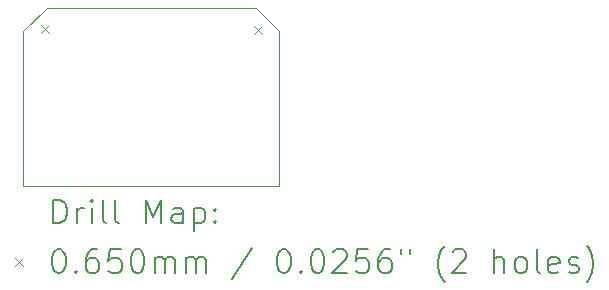
<source format=gbr>
%TF.GenerationSoftware,KiCad,Pcbnew,7.0.6*%
%TF.CreationDate,2023-09-26T13:21:35-07:00*%
%TF.ProjectId,snes_trigger_tactile,736e6573-5f74-4726-9967-6765725f7461,rev?*%
%TF.SameCoordinates,Original*%
%TF.FileFunction,Drillmap*%
%TF.FilePolarity,Positive*%
%FSLAX45Y45*%
G04 Gerber Fmt 4.5, Leading zero omitted, Abs format (unit mm)*
G04 Created by KiCad (PCBNEW 7.0.6) date 2023-09-26 13:21:35*
%MOMM*%
%LPD*%
G01*
G04 APERTURE LIST*
%ADD10C,0.100000*%
%ADD11C,0.200000*%
%ADD12C,0.065000*%
G04 APERTURE END LIST*
D10*
X5192846Y-3186400D02*
X7362800Y-3186400D01*
X7362800Y-1876400D02*
X7162800Y-1676400D01*
X5392846Y-1676400D02*
X5192846Y-1876400D01*
X7162800Y-1676400D02*
X5392846Y-1676400D01*
X7362800Y-3186400D02*
X7362800Y-1876400D01*
X5192846Y-1876400D02*
X5192846Y-3186400D01*
D11*
D12*
X5347220Y-1826780D02*
X5412220Y-1891780D01*
X5412220Y-1826780D02*
X5347220Y-1891780D01*
X7150620Y-1831860D02*
X7215620Y-1896860D01*
X7215620Y-1831860D02*
X7150620Y-1896860D01*
D11*
X5448623Y-3502884D02*
X5448623Y-3302884D01*
X5448623Y-3302884D02*
X5496242Y-3302884D01*
X5496242Y-3302884D02*
X5524814Y-3312408D01*
X5524814Y-3312408D02*
X5543861Y-3331455D01*
X5543861Y-3331455D02*
X5553385Y-3350503D01*
X5553385Y-3350503D02*
X5562909Y-3388598D01*
X5562909Y-3388598D02*
X5562909Y-3417169D01*
X5562909Y-3417169D02*
X5553385Y-3455265D01*
X5553385Y-3455265D02*
X5543861Y-3474312D01*
X5543861Y-3474312D02*
X5524814Y-3493360D01*
X5524814Y-3493360D02*
X5496242Y-3502884D01*
X5496242Y-3502884D02*
X5448623Y-3502884D01*
X5648623Y-3502884D02*
X5648623Y-3369550D01*
X5648623Y-3407646D02*
X5658147Y-3388598D01*
X5658147Y-3388598D02*
X5667671Y-3379074D01*
X5667671Y-3379074D02*
X5686718Y-3369550D01*
X5686718Y-3369550D02*
X5705766Y-3369550D01*
X5772433Y-3502884D02*
X5772433Y-3369550D01*
X5772433Y-3302884D02*
X5762909Y-3312408D01*
X5762909Y-3312408D02*
X5772433Y-3321931D01*
X5772433Y-3321931D02*
X5781956Y-3312408D01*
X5781956Y-3312408D02*
X5772433Y-3302884D01*
X5772433Y-3302884D02*
X5772433Y-3321931D01*
X5896242Y-3502884D02*
X5877194Y-3493360D01*
X5877194Y-3493360D02*
X5867671Y-3474312D01*
X5867671Y-3474312D02*
X5867671Y-3302884D01*
X6001004Y-3502884D02*
X5981956Y-3493360D01*
X5981956Y-3493360D02*
X5972433Y-3474312D01*
X5972433Y-3474312D02*
X5972433Y-3302884D01*
X6229575Y-3502884D02*
X6229575Y-3302884D01*
X6229575Y-3302884D02*
X6296242Y-3445741D01*
X6296242Y-3445741D02*
X6362909Y-3302884D01*
X6362909Y-3302884D02*
X6362909Y-3502884D01*
X6543861Y-3502884D02*
X6543861Y-3398122D01*
X6543861Y-3398122D02*
X6534337Y-3379074D01*
X6534337Y-3379074D02*
X6515290Y-3369550D01*
X6515290Y-3369550D02*
X6477194Y-3369550D01*
X6477194Y-3369550D02*
X6458147Y-3379074D01*
X6543861Y-3493360D02*
X6524814Y-3502884D01*
X6524814Y-3502884D02*
X6477194Y-3502884D01*
X6477194Y-3502884D02*
X6458147Y-3493360D01*
X6458147Y-3493360D02*
X6448623Y-3474312D01*
X6448623Y-3474312D02*
X6448623Y-3455265D01*
X6448623Y-3455265D02*
X6458147Y-3436217D01*
X6458147Y-3436217D02*
X6477194Y-3426693D01*
X6477194Y-3426693D02*
X6524814Y-3426693D01*
X6524814Y-3426693D02*
X6543861Y-3417169D01*
X6639099Y-3369550D02*
X6639099Y-3569550D01*
X6639099Y-3379074D02*
X6658147Y-3369550D01*
X6658147Y-3369550D02*
X6696242Y-3369550D01*
X6696242Y-3369550D02*
X6715290Y-3379074D01*
X6715290Y-3379074D02*
X6724814Y-3388598D01*
X6724814Y-3388598D02*
X6734337Y-3407646D01*
X6734337Y-3407646D02*
X6734337Y-3464788D01*
X6734337Y-3464788D02*
X6724814Y-3483836D01*
X6724814Y-3483836D02*
X6715290Y-3493360D01*
X6715290Y-3493360D02*
X6696242Y-3502884D01*
X6696242Y-3502884D02*
X6658147Y-3502884D01*
X6658147Y-3502884D02*
X6639099Y-3493360D01*
X6820052Y-3483836D02*
X6829575Y-3493360D01*
X6829575Y-3493360D02*
X6820052Y-3502884D01*
X6820052Y-3502884D02*
X6810528Y-3493360D01*
X6810528Y-3493360D02*
X6820052Y-3483836D01*
X6820052Y-3483836D02*
X6820052Y-3502884D01*
X6820052Y-3379074D02*
X6829575Y-3388598D01*
X6829575Y-3388598D02*
X6820052Y-3398122D01*
X6820052Y-3398122D02*
X6810528Y-3388598D01*
X6810528Y-3388598D02*
X6820052Y-3379074D01*
X6820052Y-3379074D02*
X6820052Y-3398122D01*
D12*
X5122846Y-3798900D02*
X5187846Y-3863900D01*
X5187846Y-3798900D02*
X5122846Y-3863900D01*
D11*
X5486718Y-3722884D02*
X5505766Y-3722884D01*
X5505766Y-3722884D02*
X5524814Y-3732408D01*
X5524814Y-3732408D02*
X5534337Y-3741931D01*
X5534337Y-3741931D02*
X5543861Y-3760979D01*
X5543861Y-3760979D02*
X5553385Y-3799074D01*
X5553385Y-3799074D02*
X5553385Y-3846693D01*
X5553385Y-3846693D02*
X5543861Y-3884788D01*
X5543861Y-3884788D02*
X5534337Y-3903836D01*
X5534337Y-3903836D02*
X5524814Y-3913360D01*
X5524814Y-3913360D02*
X5505766Y-3922884D01*
X5505766Y-3922884D02*
X5486718Y-3922884D01*
X5486718Y-3922884D02*
X5467671Y-3913360D01*
X5467671Y-3913360D02*
X5458147Y-3903836D01*
X5458147Y-3903836D02*
X5448623Y-3884788D01*
X5448623Y-3884788D02*
X5439099Y-3846693D01*
X5439099Y-3846693D02*
X5439099Y-3799074D01*
X5439099Y-3799074D02*
X5448623Y-3760979D01*
X5448623Y-3760979D02*
X5458147Y-3741931D01*
X5458147Y-3741931D02*
X5467671Y-3732408D01*
X5467671Y-3732408D02*
X5486718Y-3722884D01*
X5639099Y-3903836D02*
X5648623Y-3913360D01*
X5648623Y-3913360D02*
X5639099Y-3922884D01*
X5639099Y-3922884D02*
X5629575Y-3913360D01*
X5629575Y-3913360D02*
X5639099Y-3903836D01*
X5639099Y-3903836D02*
X5639099Y-3922884D01*
X5820052Y-3722884D02*
X5781956Y-3722884D01*
X5781956Y-3722884D02*
X5762909Y-3732408D01*
X5762909Y-3732408D02*
X5753385Y-3741931D01*
X5753385Y-3741931D02*
X5734337Y-3770503D01*
X5734337Y-3770503D02*
X5724814Y-3808598D01*
X5724814Y-3808598D02*
X5724814Y-3884788D01*
X5724814Y-3884788D02*
X5734337Y-3903836D01*
X5734337Y-3903836D02*
X5743861Y-3913360D01*
X5743861Y-3913360D02*
X5762909Y-3922884D01*
X5762909Y-3922884D02*
X5801004Y-3922884D01*
X5801004Y-3922884D02*
X5820052Y-3913360D01*
X5820052Y-3913360D02*
X5829575Y-3903836D01*
X5829575Y-3903836D02*
X5839099Y-3884788D01*
X5839099Y-3884788D02*
X5839099Y-3837169D01*
X5839099Y-3837169D02*
X5829575Y-3818122D01*
X5829575Y-3818122D02*
X5820052Y-3808598D01*
X5820052Y-3808598D02*
X5801004Y-3799074D01*
X5801004Y-3799074D02*
X5762909Y-3799074D01*
X5762909Y-3799074D02*
X5743861Y-3808598D01*
X5743861Y-3808598D02*
X5734337Y-3818122D01*
X5734337Y-3818122D02*
X5724814Y-3837169D01*
X6020052Y-3722884D02*
X5924814Y-3722884D01*
X5924814Y-3722884D02*
X5915290Y-3818122D01*
X5915290Y-3818122D02*
X5924814Y-3808598D01*
X5924814Y-3808598D02*
X5943861Y-3799074D01*
X5943861Y-3799074D02*
X5991480Y-3799074D01*
X5991480Y-3799074D02*
X6010528Y-3808598D01*
X6010528Y-3808598D02*
X6020052Y-3818122D01*
X6020052Y-3818122D02*
X6029575Y-3837169D01*
X6029575Y-3837169D02*
X6029575Y-3884788D01*
X6029575Y-3884788D02*
X6020052Y-3903836D01*
X6020052Y-3903836D02*
X6010528Y-3913360D01*
X6010528Y-3913360D02*
X5991480Y-3922884D01*
X5991480Y-3922884D02*
X5943861Y-3922884D01*
X5943861Y-3922884D02*
X5924814Y-3913360D01*
X5924814Y-3913360D02*
X5915290Y-3903836D01*
X6153385Y-3722884D02*
X6172433Y-3722884D01*
X6172433Y-3722884D02*
X6191480Y-3732408D01*
X6191480Y-3732408D02*
X6201004Y-3741931D01*
X6201004Y-3741931D02*
X6210528Y-3760979D01*
X6210528Y-3760979D02*
X6220052Y-3799074D01*
X6220052Y-3799074D02*
X6220052Y-3846693D01*
X6220052Y-3846693D02*
X6210528Y-3884788D01*
X6210528Y-3884788D02*
X6201004Y-3903836D01*
X6201004Y-3903836D02*
X6191480Y-3913360D01*
X6191480Y-3913360D02*
X6172433Y-3922884D01*
X6172433Y-3922884D02*
X6153385Y-3922884D01*
X6153385Y-3922884D02*
X6134337Y-3913360D01*
X6134337Y-3913360D02*
X6124814Y-3903836D01*
X6124814Y-3903836D02*
X6115290Y-3884788D01*
X6115290Y-3884788D02*
X6105766Y-3846693D01*
X6105766Y-3846693D02*
X6105766Y-3799074D01*
X6105766Y-3799074D02*
X6115290Y-3760979D01*
X6115290Y-3760979D02*
X6124814Y-3741931D01*
X6124814Y-3741931D02*
X6134337Y-3732408D01*
X6134337Y-3732408D02*
X6153385Y-3722884D01*
X6305766Y-3922884D02*
X6305766Y-3789550D01*
X6305766Y-3808598D02*
X6315290Y-3799074D01*
X6315290Y-3799074D02*
X6334337Y-3789550D01*
X6334337Y-3789550D02*
X6362909Y-3789550D01*
X6362909Y-3789550D02*
X6381956Y-3799074D01*
X6381956Y-3799074D02*
X6391480Y-3818122D01*
X6391480Y-3818122D02*
X6391480Y-3922884D01*
X6391480Y-3818122D02*
X6401004Y-3799074D01*
X6401004Y-3799074D02*
X6420052Y-3789550D01*
X6420052Y-3789550D02*
X6448623Y-3789550D01*
X6448623Y-3789550D02*
X6467671Y-3799074D01*
X6467671Y-3799074D02*
X6477195Y-3818122D01*
X6477195Y-3818122D02*
X6477195Y-3922884D01*
X6572433Y-3922884D02*
X6572433Y-3789550D01*
X6572433Y-3808598D02*
X6581956Y-3799074D01*
X6581956Y-3799074D02*
X6601004Y-3789550D01*
X6601004Y-3789550D02*
X6629576Y-3789550D01*
X6629576Y-3789550D02*
X6648623Y-3799074D01*
X6648623Y-3799074D02*
X6658147Y-3818122D01*
X6658147Y-3818122D02*
X6658147Y-3922884D01*
X6658147Y-3818122D02*
X6667671Y-3799074D01*
X6667671Y-3799074D02*
X6686718Y-3789550D01*
X6686718Y-3789550D02*
X6715290Y-3789550D01*
X6715290Y-3789550D02*
X6734337Y-3799074D01*
X6734337Y-3799074D02*
X6743861Y-3818122D01*
X6743861Y-3818122D02*
X6743861Y-3922884D01*
X7134337Y-3713360D02*
X6962909Y-3970503D01*
X7391480Y-3722884D02*
X7410528Y-3722884D01*
X7410528Y-3722884D02*
X7429576Y-3732408D01*
X7429576Y-3732408D02*
X7439099Y-3741931D01*
X7439099Y-3741931D02*
X7448623Y-3760979D01*
X7448623Y-3760979D02*
X7458147Y-3799074D01*
X7458147Y-3799074D02*
X7458147Y-3846693D01*
X7458147Y-3846693D02*
X7448623Y-3884788D01*
X7448623Y-3884788D02*
X7439099Y-3903836D01*
X7439099Y-3903836D02*
X7429576Y-3913360D01*
X7429576Y-3913360D02*
X7410528Y-3922884D01*
X7410528Y-3922884D02*
X7391480Y-3922884D01*
X7391480Y-3922884D02*
X7372433Y-3913360D01*
X7372433Y-3913360D02*
X7362909Y-3903836D01*
X7362909Y-3903836D02*
X7353385Y-3884788D01*
X7353385Y-3884788D02*
X7343861Y-3846693D01*
X7343861Y-3846693D02*
X7343861Y-3799074D01*
X7343861Y-3799074D02*
X7353385Y-3760979D01*
X7353385Y-3760979D02*
X7362909Y-3741931D01*
X7362909Y-3741931D02*
X7372433Y-3732408D01*
X7372433Y-3732408D02*
X7391480Y-3722884D01*
X7543861Y-3903836D02*
X7553385Y-3913360D01*
X7553385Y-3913360D02*
X7543861Y-3922884D01*
X7543861Y-3922884D02*
X7534338Y-3913360D01*
X7534338Y-3913360D02*
X7543861Y-3903836D01*
X7543861Y-3903836D02*
X7543861Y-3922884D01*
X7677195Y-3722884D02*
X7696242Y-3722884D01*
X7696242Y-3722884D02*
X7715290Y-3732408D01*
X7715290Y-3732408D02*
X7724814Y-3741931D01*
X7724814Y-3741931D02*
X7734338Y-3760979D01*
X7734338Y-3760979D02*
X7743861Y-3799074D01*
X7743861Y-3799074D02*
X7743861Y-3846693D01*
X7743861Y-3846693D02*
X7734338Y-3884788D01*
X7734338Y-3884788D02*
X7724814Y-3903836D01*
X7724814Y-3903836D02*
X7715290Y-3913360D01*
X7715290Y-3913360D02*
X7696242Y-3922884D01*
X7696242Y-3922884D02*
X7677195Y-3922884D01*
X7677195Y-3922884D02*
X7658147Y-3913360D01*
X7658147Y-3913360D02*
X7648623Y-3903836D01*
X7648623Y-3903836D02*
X7639099Y-3884788D01*
X7639099Y-3884788D02*
X7629576Y-3846693D01*
X7629576Y-3846693D02*
X7629576Y-3799074D01*
X7629576Y-3799074D02*
X7639099Y-3760979D01*
X7639099Y-3760979D02*
X7648623Y-3741931D01*
X7648623Y-3741931D02*
X7658147Y-3732408D01*
X7658147Y-3732408D02*
X7677195Y-3722884D01*
X7820052Y-3741931D02*
X7829576Y-3732408D01*
X7829576Y-3732408D02*
X7848623Y-3722884D01*
X7848623Y-3722884D02*
X7896242Y-3722884D01*
X7896242Y-3722884D02*
X7915290Y-3732408D01*
X7915290Y-3732408D02*
X7924814Y-3741931D01*
X7924814Y-3741931D02*
X7934338Y-3760979D01*
X7934338Y-3760979D02*
X7934338Y-3780027D01*
X7934338Y-3780027D02*
X7924814Y-3808598D01*
X7924814Y-3808598D02*
X7810528Y-3922884D01*
X7810528Y-3922884D02*
X7934338Y-3922884D01*
X8115290Y-3722884D02*
X8020052Y-3722884D01*
X8020052Y-3722884D02*
X8010528Y-3818122D01*
X8010528Y-3818122D02*
X8020052Y-3808598D01*
X8020052Y-3808598D02*
X8039099Y-3799074D01*
X8039099Y-3799074D02*
X8086719Y-3799074D01*
X8086719Y-3799074D02*
X8105766Y-3808598D01*
X8105766Y-3808598D02*
X8115290Y-3818122D01*
X8115290Y-3818122D02*
X8124814Y-3837169D01*
X8124814Y-3837169D02*
X8124814Y-3884788D01*
X8124814Y-3884788D02*
X8115290Y-3903836D01*
X8115290Y-3903836D02*
X8105766Y-3913360D01*
X8105766Y-3913360D02*
X8086719Y-3922884D01*
X8086719Y-3922884D02*
X8039099Y-3922884D01*
X8039099Y-3922884D02*
X8020052Y-3913360D01*
X8020052Y-3913360D02*
X8010528Y-3903836D01*
X8296242Y-3722884D02*
X8258147Y-3722884D01*
X8258147Y-3722884D02*
X8239099Y-3732408D01*
X8239099Y-3732408D02*
X8229576Y-3741931D01*
X8229576Y-3741931D02*
X8210528Y-3770503D01*
X8210528Y-3770503D02*
X8201004Y-3808598D01*
X8201004Y-3808598D02*
X8201004Y-3884788D01*
X8201004Y-3884788D02*
X8210528Y-3903836D01*
X8210528Y-3903836D02*
X8220052Y-3913360D01*
X8220052Y-3913360D02*
X8239099Y-3922884D01*
X8239099Y-3922884D02*
X8277195Y-3922884D01*
X8277195Y-3922884D02*
X8296242Y-3913360D01*
X8296242Y-3913360D02*
X8305766Y-3903836D01*
X8305766Y-3903836D02*
X8315290Y-3884788D01*
X8315290Y-3884788D02*
X8315290Y-3837169D01*
X8315290Y-3837169D02*
X8305766Y-3818122D01*
X8305766Y-3818122D02*
X8296242Y-3808598D01*
X8296242Y-3808598D02*
X8277195Y-3799074D01*
X8277195Y-3799074D02*
X8239099Y-3799074D01*
X8239099Y-3799074D02*
X8220052Y-3808598D01*
X8220052Y-3808598D02*
X8210528Y-3818122D01*
X8210528Y-3818122D02*
X8201004Y-3837169D01*
X8391481Y-3722884D02*
X8391481Y-3760979D01*
X8467671Y-3722884D02*
X8467671Y-3760979D01*
X8762909Y-3999074D02*
X8753385Y-3989550D01*
X8753385Y-3989550D02*
X8734338Y-3960979D01*
X8734338Y-3960979D02*
X8724814Y-3941931D01*
X8724814Y-3941931D02*
X8715290Y-3913360D01*
X8715290Y-3913360D02*
X8705766Y-3865741D01*
X8705766Y-3865741D02*
X8705766Y-3827646D01*
X8705766Y-3827646D02*
X8715290Y-3780027D01*
X8715290Y-3780027D02*
X8724814Y-3751455D01*
X8724814Y-3751455D02*
X8734338Y-3732408D01*
X8734338Y-3732408D02*
X8753385Y-3703836D01*
X8753385Y-3703836D02*
X8762909Y-3694312D01*
X8829576Y-3741931D02*
X8839100Y-3732408D01*
X8839100Y-3732408D02*
X8858147Y-3722884D01*
X8858147Y-3722884D02*
X8905766Y-3722884D01*
X8905766Y-3722884D02*
X8924814Y-3732408D01*
X8924814Y-3732408D02*
X8934338Y-3741931D01*
X8934338Y-3741931D02*
X8943862Y-3760979D01*
X8943862Y-3760979D02*
X8943862Y-3780027D01*
X8943862Y-3780027D02*
X8934338Y-3808598D01*
X8934338Y-3808598D02*
X8820052Y-3922884D01*
X8820052Y-3922884D02*
X8943862Y-3922884D01*
X9181957Y-3922884D02*
X9181957Y-3722884D01*
X9267671Y-3922884D02*
X9267671Y-3818122D01*
X9267671Y-3818122D02*
X9258147Y-3799074D01*
X9258147Y-3799074D02*
X9239100Y-3789550D01*
X9239100Y-3789550D02*
X9210528Y-3789550D01*
X9210528Y-3789550D02*
X9191481Y-3799074D01*
X9191481Y-3799074D02*
X9181957Y-3808598D01*
X9391481Y-3922884D02*
X9372433Y-3913360D01*
X9372433Y-3913360D02*
X9362909Y-3903836D01*
X9362909Y-3903836D02*
X9353385Y-3884788D01*
X9353385Y-3884788D02*
X9353385Y-3827646D01*
X9353385Y-3827646D02*
X9362909Y-3808598D01*
X9362909Y-3808598D02*
X9372433Y-3799074D01*
X9372433Y-3799074D02*
X9391481Y-3789550D01*
X9391481Y-3789550D02*
X9420052Y-3789550D01*
X9420052Y-3789550D02*
X9439100Y-3799074D01*
X9439100Y-3799074D02*
X9448624Y-3808598D01*
X9448624Y-3808598D02*
X9458147Y-3827646D01*
X9458147Y-3827646D02*
X9458147Y-3884788D01*
X9458147Y-3884788D02*
X9448624Y-3903836D01*
X9448624Y-3903836D02*
X9439100Y-3913360D01*
X9439100Y-3913360D02*
X9420052Y-3922884D01*
X9420052Y-3922884D02*
X9391481Y-3922884D01*
X9572433Y-3922884D02*
X9553385Y-3913360D01*
X9553385Y-3913360D02*
X9543862Y-3894312D01*
X9543862Y-3894312D02*
X9543862Y-3722884D01*
X9724814Y-3913360D02*
X9705766Y-3922884D01*
X9705766Y-3922884D02*
X9667671Y-3922884D01*
X9667671Y-3922884D02*
X9648624Y-3913360D01*
X9648624Y-3913360D02*
X9639100Y-3894312D01*
X9639100Y-3894312D02*
X9639100Y-3818122D01*
X9639100Y-3818122D02*
X9648624Y-3799074D01*
X9648624Y-3799074D02*
X9667671Y-3789550D01*
X9667671Y-3789550D02*
X9705766Y-3789550D01*
X9705766Y-3789550D02*
X9724814Y-3799074D01*
X9724814Y-3799074D02*
X9734338Y-3818122D01*
X9734338Y-3818122D02*
X9734338Y-3837169D01*
X9734338Y-3837169D02*
X9639100Y-3856217D01*
X9810528Y-3913360D02*
X9829576Y-3922884D01*
X9829576Y-3922884D02*
X9867671Y-3922884D01*
X9867671Y-3922884D02*
X9886719Y-3913360D01*
X9886719Y-3913360D02*
X9896243Y-3894312D01*
X9896243Y-3894312D02*
X9896243Y-3884788D01*
X9896243Y-3884788D02*
X9886719Y-3865741D01*
X9886719Y-3865741D02*
X9867671Y-3856217D01*
X9867671Y-3856217D02*
X9839100Y-3856217D01*
X9839100Y-3856217D02*
X9820052Y-3846693D01*
X9820052Y-3846693D02*
X9810528Y-3827646D01*
X9810528Y-3827646D02*
X9810528Y-3818122D01*
X9810528Y-3818122D02*
X9820052Y-3799074D01*
X9820052Y-3799074D02*
X9839100Y-3789550D01*
X9839100Y-3789550D02*
X9867671Y-3789550D01*
X9867671Y-3789550D02*
X9886719Y-3799074D01*
X9962909Y-3999074D02*
X9972433Y-3989550D01*
X9972433Y-3989550D02*
X9991481Y-3960979D01*
X9991481Y-3960979D02*
X10001005Y-3941931D01*
X10001005Y-3941931D02*
X10010528Y-3913360D01*
X10010528Y-3913360D02*
X10020052Y-3865741D01*
X10020052Y-3865741D02*
X10020052Y-3827646D01*
X10020052Y-3827646D02*
X10010528Y-3780027D01*
X10010528Y-3780027D02*
X10001005Y-3751455D01*
X10001005Y-3751455D02*
X9991481Y-3732408D01*
X9991481Y-3732408D02*
X9972433Y-3703836D01*
X9972433Y-3703836D02*
X9962909Y-3694312D01*
M02*

</source>
